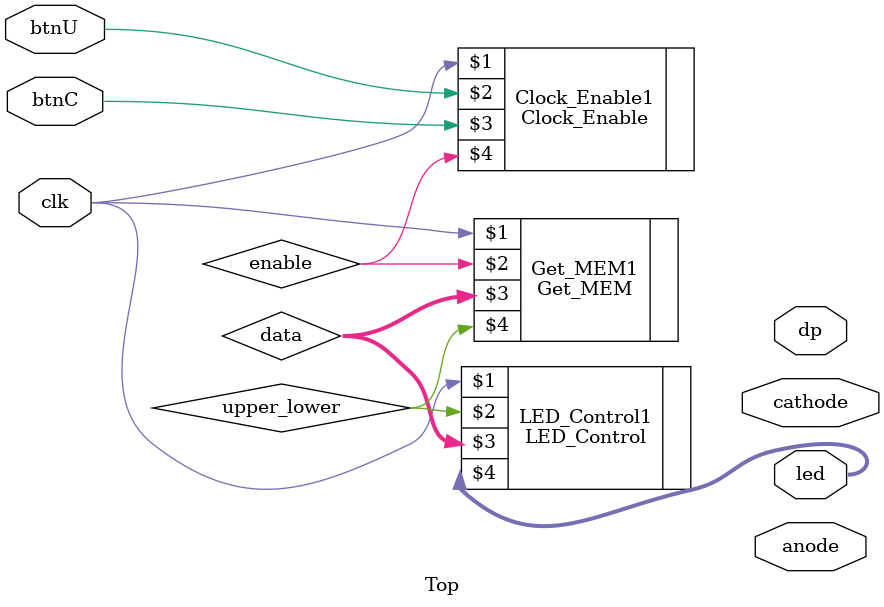
<source format=v>
`timescale 1ns / 1ps


module Top(
    input clk,  			// fundamental clock 1MHz
    input btnU, 			// button BTNU for 4Hz speed
    input btnC, 			// button BTNC for pause
    output [15:0] led,  	// 16 LEDs to display upper or lower 16 bits of memory data
    output dp,  			// dot point of 7-segments, can be deleted if 7-segments are not implemented
    output [7:0]anode, 		// anodes of 7-segments, can be deleted if 7-segments are not implemented
    output [6:0]cathode  	// cathodes of 7-segments, can be deleted if 7-segments are not implemented
    );

wire enable; 			// enable signal to read the next memory content
wire upper_lower;   	// 1-bit signal used between modules to indicate either upper or lower 16-bit contents is displaying on LEDs, 
						// upper_lower = 1 to display upper half of the Memory data
wire [31:0] data;       // entire 32-bit contents displaying on LEDs and 7-segments, can be deleted if 7-segments are not implemented
    
// Choose 1hz or 4hz display frequency based on BTNU and BTNC readings, using given module Clock_Enable.v
Clock_Enable Clock_Enable1 (clk, btnU, btnC, enable);

// Fetch memory content, using given module Get_MEM.v
Get_MEM Get_MEM1 (clk, enable, data, upper_lower);

// Display on LED
LED_Control LED_Control1 (clk, upper_lower, data, led);



// Displays the 32-bit memory data on 7-segments, using given module Seven_Seg.v
// This module can be deleted if students do not want to implement the 7-segment display
// split the 32-bit Memory data using a multiplexer to display on led 
endmodule

</source>
